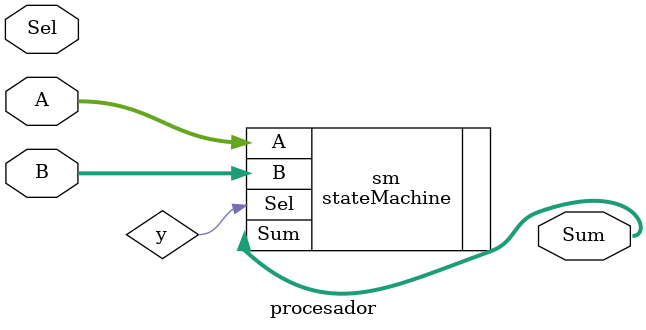
<source format=v>
module procesador( //lab1
    input [15:0] A,
    input [15:0] B,
    input [3:0] Sel,
    output wire [15:0] Sum
);

    stateMachine sm (.A(A),.B(B),.Sel(y),.Sum(Sum)); //customer

    Memory mem (.a(Sel),.b(Sel),.c(Sel),.d(Sel)); //adder8bit

endmodule
</source>
